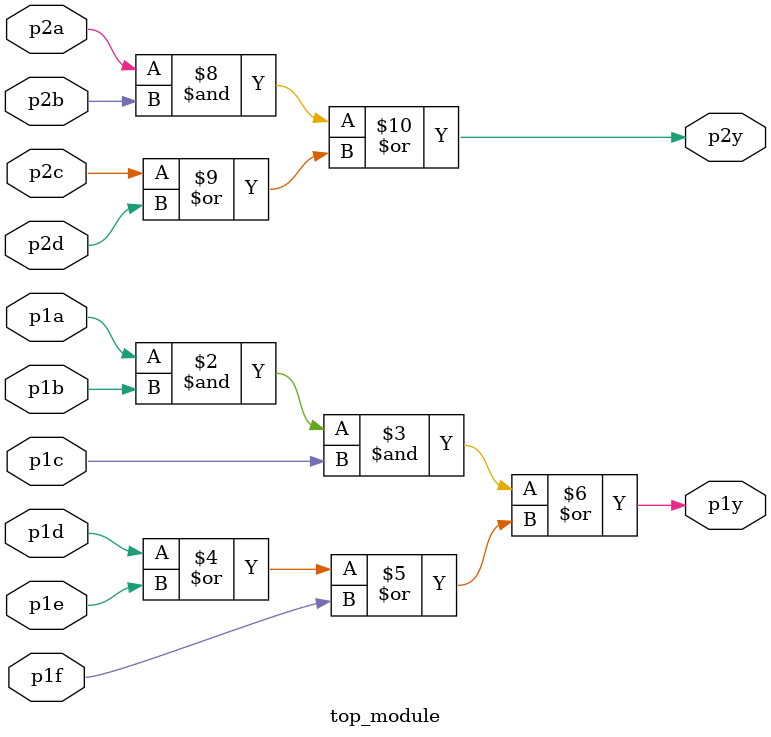
<source format=sv>
module top_module(
    input p1a, 
    input p1b, 
    input p1c, 
    input p1d,
    input p1e,
    input p1f,
    output reg p1y, 
    input p2a, 
    input p2b, 
    input p2c, 
    input p2d, 
    output reg p2y
);

    // Implement the logic for p1y
    always @(*) begin
        p1y = (p1a & p1b & p1c) | (p1d | p1e | p1f);
    end

    // Implement the logic for p2y
    always @(*) begin
        p2y = (p2a & p2b) | (p2c | p2d);
    end

endmodule

</source>
